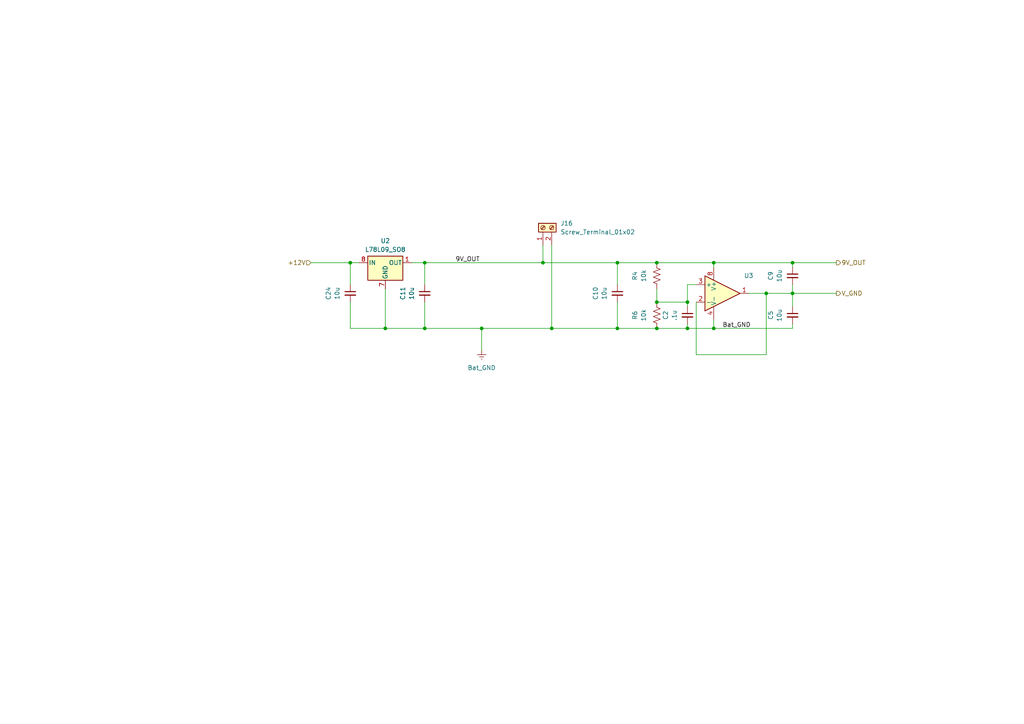
<source format=kicad_sch>
(kicad_sch (version 20250114) (generator "eeschema") (generator_version "9.0")
  (paper "A4")
  (lib_symbols
    (symbol "Connector:Screw_Terminal_01x02" (pin_names (offset 1.016) (hide yes))
      (property "Reference" "J" (at 0 2.54 0))
      (property "Value" "Screw_Terminal_01x02" (at 0 -5.08 0))
      (symbol "Screw_Terminal_01x02_1_1"
        (rectangle (start -1.27 1.27) (end 1.27 -3.81) (stroke (width 0.254)) (fill (type background)))
        (polyline (pts (xy -0.5334 0.3302) (xy 0.3302 -0.508)) (stroke (width 0.1524)))
        (polyline (pts (xy -0.5334 -2.2098) (xy 0.3302 -3.048)) (stroke (width 0.1524)))
        (polyline (pts (xy -0.3556 0.508) (xy 0.508 -0.3302)) (stroke (width 0.1524)))
        (polyline (pts (xy -0.3556 -2.032) (xy 0.508 -2.8702)) (stroke (width 0.1524)))
        (circle (center 0 0) (radius 0.635) (stroke (width 0.1524)))
        (circle (center 0 -2.54) (radius 0.635) (stroke (width 0.1524)))
        (pin passive line (at -5.08 0 0) (length 3.81) (name "Pin_1") (number "1"))
        (pin passive line (at -5.08 -2.54 0) (length 3.81) (name "Pin_2") (number "2"))
      )
    )
    (symbol "Device:C_Small" (pin_numbers (hide yes)) (pin_names (offset 0.254) (hide yes))
      (property "Reference" "C" (at 0.254 1.778 0))
      (property "Value" "C_Small" (at 0.254 -2.032 0))
      (symbol "C_Small_0_1"
        (polyline (pts (xy -1.524 0.508) (xy 1.524 0.508)) (stroke (width 0.3048)))
        (polyline (pts (xy -1.524 -0.508) (xy 1.524 -0.508)) (stroke (width 0.3302)))
      )
      (symbol "C_Small_1_1"
        (pin passive line (at 0 2.54 270) (length 2.032) (name "~") (number "1"))
        (pin passive line (at 0 -2.54 90) (length 2.032) (name "~") (number "2"))
      )
    )
    (symbol "Device:R_US" (pin_numbers (hide yes)) (pin_names (offset 0))
      (property "Reference" "R" (at 2.54 0 90))
      (property "Value" "R_US" (at -2.54 0 90))
      (symbol "R_US_0_1"
        (polyline (pts (xy 0 2.286) (xy 0 2.54)))
        (polyline (pts (xy 0 2.286) (xy 1.016 1.905) (xy 0 1.524) (xy -1.016 1.143) (xy 0 0.762)))
        (polyline (pts (xy 0 0.762) (xy 1.016 0.381) (xy 0 0) (xy -1.016 -0.381) (xy 0 -0.762)))
        (polyline (pts (xy 0 -0.762) (xy 1.016 -1.143) (xy 0 -1.524) (xy -1.016 -1.905) (xy 0 -2.286)))
        (polyline (pts (xy 0 -2.286) (xy 0 -2.54)))
      )
      (symbol "R_US_1_1"
        (pin passive line (at 0 3.81 270) (length 1.27) (name "~") (number "1"))
        (pin passive line (at 0 -3.81 90) (length 1.27) (name "~") (number "2"))
      )
    )
    (symbol "OPAMP_1" (pin_names (offset 0.254))
      (property "Reference" "U3" (at 7.62 5.1502 0))
      (property "Value" "${SIM.PARAMS}" (at 7.62 3.2451 0))
      (symbol "OPAMP_1_0_1"
        (polyline (pts (xy 5.08 0) (xy -5.08 5.08) (xy -5.08 -5.08) (xy 5.08 0)) (stroke (width 0.254)) (fill (type background)))
      )
      (symbol "OPAMP_1_1_1"
        (pin input line (at -7.62 2.54 0) (length 2.54) (name "+") (number "3"))
        (pin input line (at -7.62 -2.54 0) (length 2.54) (name "-") (number "2"))
        (pin power_in line (at -2.54 7.62 270) (length 3.81) (name "V+") (number "8"))
        (pin power_in line (at -2.54 -7.62 90) (length 3.81) (name "V-") (number "4"))
        (pin output line (at 7.62 0 180) (length 2.54) (name "~") (number "1"))
      )
    )
    (symbol "Regulator_Linear:L78L09_SO8" (pin_names (offset 0.254))
      (property "Reference" "U" (at -3.81 3.175 0))
      (property "Value" "L78L09_SO8" (at 0 3.175 0))
      (symbol "L78L09_SO8_0_1"
        (rectangle (start -5.08 1.905) (end 5.08 -5.08) (stroke (width 0.254)) (fill (type background)))
      )
      (symbol "L78L09_SO8_1_1"
        (pin power_in line (at -7.62 0 0) (length 2.54) (name "IN") (number "8"))
        (pin no_connect line (at -5.08 -2.54 0) (length 2.54) (hide yes) (name "NC") (number "4"))
        (pin passive line (at 0 -7.62 90) (length 2.54) (hide yes) (name "GND") (number "2"))
        (pin passive line (at 0 -7.62 90) (length 2.54) (hide yes) (name "GND") (number "3"))
        (pin passive line (at 0 -7.62 90) (length 2.54) (hide yes) (name "GND") (number "6"))
        (pin power_in line (at 0 -7.62 90) (length 2.54) (name "GND") (number "7"))
        (pin no_connect line (at 5.08 -2.54 180) (length 2.54) (hide yes) (name "NC") (number "5"))
        (pin power_out line (at 7.62 0 180) (length 2.54) (name "OUT") (number "1"))
      )
    )
    (symbol "power:GNDREF" (power) (pin_numbers (hide yes)) (pin_names (offset 0) (hide yes))
      (property "Value" "GNDREF" (at 0 -3.81 0))
      (symbol "GNDREF_0_1"
        (polyline (pts (xy -0.635 -1.905) (xy 0.635 -1.905)))
        (polyline (pts (xy -0.127 -2.54) (xy 0.127 -2.54)))
        (polyline (pts (xy 0 -1.27) (xy 0 0)))
        (polyline (pts (xy 1.27 -1.27) (xy -1.27 -1.27)))
      )
      (symbol "GNDREF_1_1"
        (pin power_in line (at 0 0 270) (length 0) (name "~") (number "1"))
      )
    )
  )
  (junction (at 190.5 76.2))
  (junction (at 123.19 76.2))
  (junction (at 199.39 95.25))
  (junction (at 229.87 85.09))
  (junction (at 190.5 95.25))
  (junction (at 199.39 87.63))
  (junction (at 111.76 95.25))
  (junction (at 222.25 85.09))
  (junction (at 101.6 76.2))
  (junction (at 190.5 87.63))
  (junction (at 160.02 95.25))
  (junction (at 207.01 95.25))
  (junction (at 229.87 76.2))
  (junction (at 139.7 95.25))
  (junction (at 157.48 76.2))
  (junction (at 123.19 95.25))
  (junction (at 179.07 76.2))
  (junction (at 179.07 95.25))
  (junction (at 207.01 76.2))
  (wire (pts (xy 199.39 93.98) (xy 199.39 95.25)))
  (wire (pts (xy 199.39 82.55) (xy 199.39 87.63)))
  (wire (pts (xy 217.17 85.09) (xy 222.25 85.09)))
  (wire (pts (xy 101.6 87.63) (xy 101.6 95.25)))
  (wire (pts (xy 123.19 76.2) (xy 123.19 82.55)))
  (wire (pts (xy 229.87 85.09) (xy 229.87 88.9)))
  (wire (pts (xy 207.01 76.2) (xy 229.87 76.2)))
  (wire (pts (xy 101.6 82.55) (xy 101.6 76.2)))
  (wire (pts (xy 207.01 95.25) (xy 207.01 92.71)))
  (wire (pts (xy 123.19 76.2) (xy 157.48 76.2)))
  (wire (pts (xy 139.7 95.25) (xy 160.02 95.25)))
  (wire (pts (xy 101.6 95.25) (xy 111.76 95.25)))
  (wire (pts (xy 111.76 95.25) (xy 123.19 95.25)))
  (wire (pts (xy 229.87 77.47) (xy 229.87 76.2)))
  (wire (pts (xy 157.48 71.12) (xy 157.48 76.2)))
  (wire (pts (xy 157.48 76.2) (xy 179.07 76.2)))
  (wire (pts (xy 179.07 76.2) (xy 190.5 76.2)))
  (wire (pts (xy 199.39 82.55) (xy 201.93 82.55)))
  (wire (pts (xy 222.25 85.09) (xy 229.87 85.09)))
  (wire (pts (xy 222.25 85.09) (xy 222.25 102.87)))
  (wire (pts (xy 229.87 76.2) (xy 242.57 76.2)))
  (wire (pts (xy 123.19 87.63) (xy 123.19 95.25)))
  (wire (pts (xy 101.6 76.2) (xy 104.14 76.2)))
  (wire (pts (xy 160.02 71.12) (xy 160.02 95.25)))
  (wire (pts (xy 229.87 85.09) (xy 242.57 85.09)))
  (wire (pts (xy 139.7 95.25) (xy 123.19 95.25)))
  (wire (pts (xy 207.01 95.25) (xy 229.87 95.25)))
  (wire (pts (xy 199.39 95.25) (xy 207.01 95.25)))
  (wire (pts (xy 160.02 95.25) (xy 179.07 95.25)))
  (wire (pts (xy 229.87 93.98) (xy 229.87 95.25)))
  (wire (pts (xy 119.38 76.2) (xy 123.19 76.2)))
  (wire (pts (xy 90.17 76.2) (xy 101.6 76.2)))
  (wire (pts (xy 190.5 76.2) (xy 207.01 76.2)))
  (wire (pts (xy 190.5 95.25) (xy 199.39 95.25)))
  (wire (pts (xy 201.93 102.87) (xy 222.25 102.87)))
  (wire (pts (xy 190.5 83.82) (xy 190.5 87.63)))
  (wire (pts (xy 179.07 76.2) (xy 179.07 82.55)))
  (wire (pts (xy 179.07 87.63) (xy 179.07 95.25)))
  (wire (pts (xy 199.39 87.63) (xy 199.39 88.9)))
  (wire (pts (xy 201.93 87.63) (xy 201.93 102.87)))
  (wire (pts (xy 139.7 95.25) (xy 139.7 101.6)))
  (wire (pts (xy 179.07 95.25) (xy 190.5 95.25)))
  (wire (pts (xy 229.87 82.55) (xy 229.87 85.09)))
  (wire (pts (xy 190.5 87.63) (xy 199.39 87.63)))
  (wire (pts (xy 207.01 77.47) (xy 207.01 76.2)))
  (wire (pts (xy 111.76 83.82) (xy 111.76 95.25)))
  (label "9V_OUT" (at 132.08 76.2 0))
  (label "Bat_GND" (at 209.55 95.25 0))
  (hierarchical_label "V_GND" (shape output) (at 242.57 85.09 0))
  (hierarchical_label "+12V" (shape input) (at 90.17 76.2 180))
  (hierarchical_label "9V_OUT" (shape output) (at 242.57 76.2 0))
  (symbol (lib_id "Device:C_Small") (at 101.6 85.09 0) (unit 1)
    (property "Reference" "C24" (at 95.25 85.0963 90))
    (property "Value" "10u" (at 97.79 85.0963 90))
    (property "Footprint" "Capacitor_SMD:C_0805_2012Metric_Pad1.18x1.45mm_HandSolder" (effects (hide yes)))
    (property "Description" "Unpolarized capacitor, small symbol" (effects (hide yes)))
  )
  (symbol (lib_id "Device:C_Small") (at 199.39 91.44 0) (unit 1)
    (property "Reference" "C2" (at 193.04 91.4463 90))
    (property "Value" ".1u" (at 195.58 91.4463 90))
    (property "Footprint" "Capacitor_SMD:C_0805_2012Metric_Pad1.18x1.45mm_HandSolder" (effects (hide yes)))
    (property "Description" "Unpolarized capacitor, small symbol" (effects (hide yes)))
  )
  (symbol (lib_id "Device:R_US") (at 190.5 80.01 0) (unit 1)
    (property "Reference" "R4" (at 184.15 80.01 90))
    (property "Value" "10k" (at 186.69 80.01 90))
    (property "Footprint" "Resistor_SMD:R_0805_2012Metric_Pad1.20x1.40mm_HandSolder" (effects (hide yes)))
    (property "Description" "Resistor, US symbol" (effects (hide yes)))
  )
  (symbol (lib_id "Device:C_Small") (at 123.19 85.09 0) (unit 1)
    (property "Reference" "C11" (at 116.84 85.0963 90))
    (property "Value" "10u" (at 119.38 85.0963 90))
    (property "Footprint" "Capacitor_SMD:C_0805_2012Metric_Pad1.18x1.45mm_HandSolder" (effects (hide yes)))
    (property "Description" "Unpolarized capacitor, small symbol" (effects (hide yes)))
  )
  (symbol (lib_name "OPAMP_1") (lib_id "Simulation_SPICE:OPAMP") (at 209.55 85.09 0) (unit 1)
    (property "Reference" "U3" (at 217.17 79.9398 0))
    (property "Value" "${SIM.PARAMS}" (at 217.17 81.8449 0))
    (property "Footprint" "Package_SO:TL072ACP" (effects (hide yes)))
    (property "Datasheet" "https://ngspice.sourceforge.io/docs/ngspice-html-manual/manual.xhtml#sec__SUBCKT_Subcircuits" (effects (hide yes)))
    (property "Description" "Operational amplifier, single" (effects (hide yes)))
    (property "Sim.Pins" "1=in+ 2=in- 3=vcc 4=vee 5=out" (effects (hide yes)))
    (property "Sim.Device" "SUBCKT" (effects (hide yes)))
    (property "Sim.Library" "${KICAD8_SYMBOL_DIR}/Simulation_SPICE.sp" (effects (hide yes)))
    (property "Sim.Name" "kicad_builtin_opamp" (effects (hide yes)))
  )
  (symbol (lib_id "Device:C_Small") (at 229.87 80.01 0) (unit 1)
    (property "Reference" "C9" (at 223.52 80.0163 90))
    (property "Value" "10u" (at 226.06 80.0163 90))
    (property "Footprint" "Capacitor_SMD:C_0805_2012Metric_Pad1.18x1.45mm_HandSolder" (effects (hide yes)))
    (property "Description" "Unpolarized capacitor, small symbol" (effects (hide yes)))
  )
  (symbol (lib_id "Regulator_Linear:L78L09_SO8") (at 111.76 76.2 0) (unit 1)
    (property "Reference" "U2" (at 111.76 69.85 0))
    (property "Value" "L78L09_SO8" (at 111.76 72.39 0))
    (property "Footprint" "Package_SO:SOIC-8_3.9x4.9mm_P1.27mm" (effects (hide yes)))
    (property "Datasheet" "http://www.st.com/content/ccc/resource/technical/document/datasheet/15/55/e5/aa/23/5b/43/fd/CD00000446.pdf/files/CD00000446.pdf/jcr:content/translations/en.CD00000446.pdf" (effects (hide yes)))
    (property "Description" "Positive 100mA 30V Linear Regulator, Fixed Output 9V, SO-8" (effects (hide yes)))
  )
  (symbol (lib_id "Device:C_Small") (at 229.87 91.44 0) (unit 1)
    (property "Reference" "C5" (at 223.52 91.4463 90))
    (property "Value" "10u" (at 226.06 91.4463 90))
    (property "Footprint" "Capacitor_SMD:C_0805_2012Metric_Pad1.18x1.45mm_HandSolder" (effects (hide yes)))
    (property "Description" "Unpolarized capacitor, small symbol" (effects (hide yes)))
  )
  (symbol (lib_id "power:GNDREF") (at 139.7 101.6 0) (mirror y) (unit 1)
    (property "Reference" "#PWR013" (effects (hide yes)))
    (property "Value" "Bat_GND" (at 139.7 106.68 0))
    (property "Description" "Power symbol creates a global label with name \"GNDREF\" , reference supply ground" (effects (hide yes)))
  )
  (symbol (lib_id "Connector:Screw_Terminal_01x02") (at 157.48 66.04 90) (unit 1)
    (property "Reference" "J16" (at 162.56 64.7699 90) (effects (justify right)))
    (property "Value" "Screw_Terminal_01x02" (at 162.56 67.3099 90) (effects (justify right)))
    (property "Footprint" "Connector_PinHeader_2.00mm:2_Pin_Screw_Term" (effects (hide yes)))
    (property "Description" "Generic screw terminal, single row, 01x02, script generated (kicad-library-utils/schlib/autogen/connector/)" (effects (hide yes)))
  )
  (symbol (lib_id "Device:R_US") (at 190.5 91.44 0) (unit 1)
    (property "Reference" "R6" (at 184.15 91.44 90))
    (property "Value" "10k" (at 186.69 91.44 90))
    (property "Footprint" "Resistor_SMD:R_0805_2012Metric_Pad1.20x1.40mm_HandSolder" (effects (hide yes)))
    (property "Description" "Resistor, US symbol" (effects (hide yes)))
  )
  (symbol (lib_id "Device:C_Small") (at 179.07 85.09 0) (unit 1)
    (property "Reference" "C10" (at 172.72 85.0963 90))
    (property "Value" "10u" (at 175.26 85.0963 90))
    (property "Footprint" "Capacitor_SMD:C_0805_2012Metric_Pad1.18x1.45mm_HandSolder" (effects (hide yes)))
    (property "Description" "Unpolarized capacitor, small symbol" (effects (hide yes)))
  )
)
</source>
